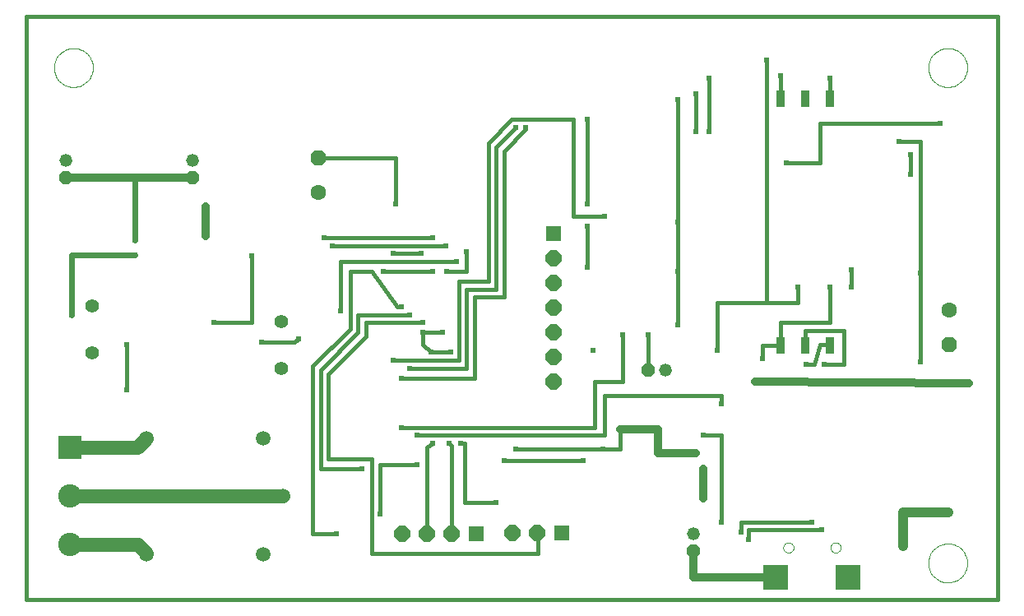
<source format=gbr>
G75*
G70*
%OFA0B0*%
%FSLAX24Y24*%
%IPPOS*%
%LPD*%
%AMOC8*
5,1,8,0,0,1.08239X$1,22.5*
%
%ADD10C,0.0000*%
%ADD11C,0.0160*%
%ADD12R,0.1000X0.1000*%
%ADD13OC8,0.0630*%
%ADD14C,0.0630*%
%ADD15R,0.0640X0.0640*%
%ADD16OC8,0.0640*%
%ADD17OC8,0.0520*%
%ADD18C,0.0520*%
%ADD19C,0.0594*%
%ADD20R,0.0950X0.0950*%
%ADD21C,0.0950*%
%ADD22C,0.0560*%
%ADD23R,0.0360X0.0700*%
%ADD24C,0.0238*%
%ADD25C,0.0240*%
%ADD26C,0.0320*%
%ADD27C,0.0400*%
%ADD28C,0.0560*%
D10*
X000250Y000877D02*
X000250Y024499D01*
X039620Y024499D01*
X039620Y000877D01*
X000250Y000877D01*
X030927Y002971D02*
X030929Y002999D01*
X030935Y003027D01*
X030944Y003053D01*
X030957Y003079D01*
X030973Y003102D01*
X030993Y003122D01*
X031015Y003140D01*
X031039Y003155D01*
X031065Y003166D01*
X031092Y003174D01*
X031120Y003178D01*
X031148Y003178D01*
X031176Y003174D01*
X031203Y003166D01*
X031229Y003155D01*
X031253Y003140D01*
X031275Y003122D01*
X031295Y003102D01*
X031311Y003079D01*
X031324Y003053D01*
X031333Y003027D01*
X031339Y002999D01*
X031341Y002971D01*
X031339Y002943D01*
X031333Y002915D01*
X031324Y002889D01*
X031311Y002863D01*
X031295Y002840D01*
X031275Y002820D01*
X031253Y002802D01*
X031229Y002787D01*
X031203Y002776D01*
X031176Y002768D01*
X031148Y002764D01*
X031120Y002764D01*
X031092Y002768D01*
X031065Y002776D01*
X031039Y002787D01*
X031015Y002802D01*
X030993Y002820D01*
X030973Y002840D01*
X030957Y002863D01*
X030944Y002889D01*
X030935Y002915D01*
X030929Y002943D01*
X030927Y002971D01*
X032837Y002971D02*
X032839Y002999D01*
X032845Y003027D01*
X032854Y003053D01*
X032867Y003079D01*
X032883Y003102D01*
X032903Y003122D01*
X032925Y003140D01*
X032949Y003155D01*
X032975Y003166D01*
X033002Y003174D01*
X033030Y003178D01*
X033058Y003178D01*
X033086Y003174D01*
X033113Y003166D01*
X033139Y003155D01*
X033163Y003140D01*
X033185Y003122D01*
X033205Y003102D01*
X033221Y003079D01*
X033234Y003053D01*
X033243Y003027D01*
X033249Y002999D01*
X033251Y002971D01*
X033249Y002943D01*
X033243Y002915D01*
X033234Y002889D01*
X033221Y002863D01*
X033205Y002840D01*
X033185Y002820D01*
X033163Y002802D01*
X033139Y002787D01*
X033113Y002776D01*
X033086Y002768D01*
X033058Y002764D01*
X033030Y002764D01*
X033002Y002768D01*
X032975Y002776D01*
X032949Y002787D01*
X032925Y002802D01*
X032903Y002820D01*
X032883Y002840D01*
X032867Y002863D01*
X032854Y002889D01*
X032845Y002915D01*
X032839Y002943D01*
X032837Y002971D01*
X036803Y002349D02*
X036805Y002405D01*
X036811Y002460D01*
X036821Y002514D01*
X036834Y002568D01*
X036852Y002621D01*
X036873Y002672D01*
X036897Y002722D01*
X036925Y002770D01*
X036957Y002816D01*
X036991Y002860D01*
X037029Y002901D01*
X037069Y002939D01*
X037112Y002974D01*
X037157Y003006D01*
X037205Y003035D01*
X037254Y003061D01*
X037305Y003083D01*
X037357Y003101D01*
X037411Y003115D01*
X037466Y003126D01*
X037521Y003133D01*
X037576Y003136D01*
X037632Y003135D01*
X037687Y003130D01*
X037742Y003121D01*
X037796Y003109D01*
X037849Y003092D01*
X037901Y003072D01*
X037951Y003048D01*
X037999Y003021D01*
X038046Y002991D01*
X038090Y002957D01*
X038132Y002920D01*
X038170Y002880D01*
X038207Y002838D01*
X038240Y002793D01*
X038269Y002747D01*
X038296Y002698D01*
X038318Y002647D01*
X038338Y002595D01*
X038353Y002541D01*
X038365Y002487D01*
X038373Y002432D01*
X038377Y002377D01*
X038377Y002321D01*
X038373Y002266D01*
X038365Y002211D01*
X038353Y002157D01*
X038338Y002103D01*
X038318Y002051D01*
X038296Y002000D01*
X038269Y001951D01*
X038240Y001905D01*
X038207Y001860D01*
X038170Y001818D01*
X038132Y001778D01*
X038090Y001741D01*
X038046Y001707D01*
X037999Y001677D01*
X037951Y001650D01*
X037901Y001626D01*
X037849Y001606D01*
X037796Y001589D01*
X037742Y001577D01*
X037687Y001568D01*
X037632Y001563D01*
X037576Y001562D01*
X037521Y001565D01*
X037466Y001572D01*
X037411Y001583D01*
X037357Y001597D01*
X037305Y001615D01*
X037254Y001637D01*
X037205Y001663D01*
X037157Y001692D01*
X037112Y001724D01*
X037069Y001759D01*
X037029Y001797D01*
X036991Y001838D01*
X036957Y001882D01*
X036925Y001928D01*
X036897Y001976D01*
X036873Y002026D01*
X036852Y002077D01*
X036834Y002130D01*
X036821Y002184D01*
X036811Y002238D01*
X036805Y002293D01*
X036803Y002349D01*
X036803Y022428D02*
X036805Y022484D01*
X036811Y022539D01*
X036821Y022593D01*
X036834Y022647D01*
X036852Y022700D01*
X036873Y022751D01*
X036897Y022801D01*
X036925Y022849D01*
X036957Y022895D01*
X036991Y022939D01*
X037029Y022980D01*
X037069Y023018D01*
X037112Y023053D01*
X037157Y023085D01*
X037205Y023114D01*
X037254Y023140D01*
X037305Y023162D01*
X037357Y023180D01*
X037411Y023194D01*
X037466Y023205D01*
X037521Y023212D01*
X037576Y023215D01*
X037632Y023214D01*
X037687Y023209D01*
X037742Y023200D01*
X037796Y023188D01*
X037849Y023171D01*
X037901Y023151D01*
X037951Y023127D01*
X037999Y023100D01*
X038046Y023070D01*
X038090Y023036D01*
X038132Y022999D01*
X038170Y022959D01*
X038207Y022917D01*
X038240Y022872D01*
X038269Y022826D01*
X038296Y022777D01*
X038318Y022726D01*
X038338Y022674D01*
X038353Y022620D01*
X038365Y022566D01*
X038373Y022511D01*
X038377Y022456D01*
X038377Y022400D01*
X038373Y022345D01*
X038365Y022290D01*
X038353Y022236D01*
X038338Y022182D01*
X038318Y022130D01*
X038296Y022079D01*
X038269Y022030D01*
X038240Y021984D01*
X038207Y021939D01*
X038170Y021897D01*
X038132Y021857D01*
X038090Y021820D01*
X038046Y021786D01*
X037999Y021756D01*
X037951Y021729D01*
X037901Y021705D01*
X037849Y021685D01*
X037796Y021668D01*
X037742Y021656D01*
X037687Y021647D01*
X037632Y021642D01*
X037576Y021641D01*
X037521Y021644D01*
X037466Y021651D01*
X037411Y021662D01*
X037357Y021676D01*
X037305Y021694D01*
X037254Y021716D01*
X037205Y021742D01*
X037157Y021771D01*
X037112Y021803D01*
X037069Y021838D01*
X037029Y021876D01*
X036991Y021917D01*
X036957Y021961D01*
X036925Y022007D01*
X036897Y022055D01*
X036873Y022105D01*
X036852Y022156D01*
X036834Y022209D01*
X036821Y022263D01*
X036811Y022317D01*
X036805Y022372D01*
X036803Y022428D01*
X001370Y022428D02*
X001372Y022484D01*
X001378Y022539D01*
X001388Y022593D01*
X001401Y022647D01*
X001419Y022700D01*
X001440Y022751D01*
X001464Y022801D01*
X001492Y022849D01*
X001524Y022895D01*
X001558Y022939D01*
X001596Y022980D01*
X001636Y023018D01*
X001679Y023053D01*
X001724Y023085D01*
X001772Y023114D01*
X001821Y023140D01*
X001872Y023162D01*
X001924Y023180D01*
X001978Y023194D01*
X002033Y023205D01*
X002088Y023212D01*
X002143Y023215D01*
X002199Y023214D01*
X002254Y023209D01*
X002309Y023200D01*
X002363Y023188D01*
X002416Y023171D01*
X002468Y023151D01*
X002518Y023127D01*
X002566Y023100D01*
X002613Y023070D01*
X002657Y023036D01*
X002699Y022999D01*
X002737Y022959D01*
X002774Y022917D01*
X002807Y022872D01*
X002836Y022826D01*
X002863Y022777D01*
X002885Y022726D01*
X002905Y022674D01*
X002920Y022620D01*
X002932Y022566D01*
X002940Y022511D01*
X002944Y022456D01*
X002944Y022400D01*
X002940Y022345D01*
X002932Y022290D01*
X002920Y022236D01*
X002905Y022182D01*
X002885Y022130D01*
X002863Y022079D01*
X002836Y022030D01*
X002807Y021984D01*
X002774Y021939D01*
X002737Y021897D01*
X002699Y021857D01*
X002657Y021820D01*
X002613Y021786D01*
X002566Y021756D01*
X002518Y021729D01*
X002468Y021705D01*
X002416Y021685D01*
X002363Y021668D01*
X002309Y021656D01*
X002254Y021647D01*
X002199Y021642D01*
X002143Y021641D01*
X002088Y021644D01*
X002033Y021651D01*
X001978Y021662D01*
X001924Y021676D01*
X001872Y021694D01*
X001821Y021716D01*
X001772Y021742D01*
X001724Y021771D01*
X001679Y021803D01*
X001636Y021838D01*
X001596Y021876D01*
X001558Y021917D01*
X001524Y021961D01*
X001492Y022007D01*
X001464Y022055D01*
X001440Y022105D01*
X001419Y022156D01*
X001401Y022209D01*
X001388Y022263D01*
X001378Y022317D01*
X001372Y022372D01*
X001370Y022428D01*
D11*
X000250Y024499D02*
X000250Y000877D01*
X039620Y000877D01*
X039620Y024499D01*
X000250Y024499D01*
X012070Y018769D02*
X015210Y018769D01*
X015210Y016889D01*
X016730Y015529D02*
X012330Y015529D01*
X012650Y015209D02*
X017250Y015209D01*
X017690Y014569D02*
X012970Y014569D01*
X012970Y012569D01*
X013690Y012409D02*
X013690Y011689D01*
X012170Y010169D01*
X012170Y006169D01*
X013850Y006169D01*
X014250Y006569D02*
X014250Y002729D01*
X020970Y002729D01*
X020970Y003609D01*
X019290Y004809D02*
X018010Y004809D01*
X018010Y007209D01*
X017850Y007209D01*
X017490Y007089D02*
X017490Y003529D01*
X016490Y003529D02*
X016490Y007049D01*
X016730Y007209D01*
X017370Y007209D02*
X017490Y007089D01*
X016090Y007529D02*
X023690Y007529D01*
X023690Y009129D01*
X028410Y009129D01*
X028410Y008809D01*
X028410Y007529D02*
X027690Y007529D01*
X028410Y007529D02*
X028410Y004009D01*
X029210Y004009D02*
X029210Y003609D01*
X029530Y003689D02*
X029530Y003289D01*
X029530Y003689D02*
X030010Y003689D01*
X032490Y003689D01*
X032090Y004009D02*
X029210Y004009D01*
X024330Y006969D02*
X023610Y006969D01*
X020090Y006969D01*
X019610Y006489D02*
X022810Y006489D01*
X024330Y006969D02*
X024330Y007769D01*
X023290Y007849D02*
X023290Y009689D01*
X024410Y009689D01*
X024410Y011609D01*
X025450Y011609D02*
X025450Y010169D01*
X025440Y010169D01*
X023210Y010969D02*
X023210Y010974D01*
X026650Y012009D02*
X026650Y014169D01*
X026650Y016169D01*
X026650Y018169D01*
X026650Y021129D01*
X027370Y021369D02*
X027370Y019849D01*
X027930Y019849D02*
X027930Y022009D01*
X030250Y022729D02*
X030250Y012889D01*
X031530Y012889D01*
X031530Y013529D01*
X032810Y013529D02*
X032810Y012089D01*
X030816Y012089D01*
X030816Y011165D01*
X030090Y011165D01*
X030090Y010649D01*
X031816Y011165D02*
X031816Y011769D01*
X033370Y011769D01*
X033370Y010409D01*
X032570Y010409D01*
X032170Y010409D02*
X032410Y011209D01*
X032816Y011209D01*
X032816Y011165D01*
X032170Y010409D02*
X031850Y010409D01*
X030250Y012889D02*
X028250Y012889D01*
X028250Y010969D01*
X023290Y007849D02*
X015450Y007849D01*
X014250Y006569D02*
X012490Y006569D01*
X012490Y010009D01*
X014010Y011529D01*
X014010Y012089D01*
X016330Y012089D01*
X016330Y011689D02*
X016330Y011209D01*
X016650Y010889D01*
X017450Y010889D01*
X017770Y010569D02*
X017770Y012729D01*
X017770Y013769D01*
X018970Y013769D01*
X018970Y019369D01*
X019930Y020329D01*
X022410Y020329D01*
X022410Y020249D01*
X022410Y016409D01*
X023690Y016409D01*
X022970Y016009D02*
X022970Y014329D01*
X019610Y014969D02*
X019610Y013129D01*
X018410Y013129D01*
X018410Y011689D01*
X018410Y009849D01*
X015450Y009849D01*
X015770Y010249D02*
X018090Y010249D01*
X018090Y012729D01*
X018090Y013449D01*
X019290Y013449D01*
X019290Y014329D01*
X019290Y019209D01*
X020090Y020009D01*
X020490Y020009D02*
X020490Y019929D01*
X019610Y019049D01*
X019610Y014969D01*
X018090Y014969D02*
X018090Y014169D01*
X018010Y014169D01*
X017290Y014169D01*
X016730Y014169D02*
X014730Y014169D01*
X014250Y014169D02*
X013370Y014169D01*
X013370Y011849D01*
X011850Y010329D01*
X011850Y003529D01*
X012730Y003529D01*
X012810Y003529D01*
X012730Y003529D01*
X014570Y004329D02*
X014570Y006329D01*
X016090Y006329D01*
X015130Y010569D02*
X017770Y010569D01*
X017130Y011689D02*
X016330Y011689D01*
X015770Y012409D02*
X015690Y012409D01*
X013690Y012409D01*
X015290Y012729D02*
X014250Y014169D01*
X015130Y014889D02*
X016250Y014889D01*
X015450Y012729D02*
X015290Y012729D01*
X011290Y011449D02*
X011130Y011289D01*
X009770Y011289D01*
X009370Y012089D02*
X007850Y012089D01*
X007850Y012139D01*
X009370Y012089D02*
X009370Y014809D01*
X004330Y011209D02*
X004330Y009369D01*
X022970Y016889D02*
X022970Y020329D01*
X026650Y018249D02*
X026650Y018169D01*
X031050Y018569D02*
X032410Y018569D01*
X032410Y020169D01*
X037290Y020169D01*
X036490Y019449D02*
X036490Y014169D01*
X036490Y014089D01*
X036490Y010489D01*
X033690Y013529D02*
X033690Y014249D01*
X036490Y014169D02*
X036490Y014089D01*
X036090Y018089D02*
X036090Y018889D01*
X036490Y019449D02*
X035610Y019449D01*
X032824Y021163D02*
X032810Y021163D01*
X032810Y022009D01*
X030824Y022089D02*
X030824Y021163D01*
X030810Y022089D02*
X030824Y022089D01*
D12*
X030623Y001778D03*
X033556Y001778D03*
D13*
X037650Y011189D03*
X012070Y018769D03*
D14*
X012070Y017369D03*
X037650Y012589D03*
D15*
X021950Y003569D03*
X018490Y003529D03*
X021630Y015689D03*
D16*
X021630Y014689D03*
X021630Y013689D03*
X021630Y012689D03*
X021630Y011689D03*
X021630Y010689D03*
X021630Y009689D03*
X020950Y003569D03*
X019950Y003569D03*
X017490Y003529D03*
X016490Y003529D03*
X015490Y003529D03*
D17*
X025440Y010169D03*
X027290Y002819D03*
X006990Y017959D03*
X001850Y017959D03*
D18*
X001850Y018659D03*
X006990Y018659D03*
X026140Y010169D03*
X027290Y003519D03*
D19*
X010639Y005056D03*
X009852Y002694D03*
X005128Y002694D03*
X005128Y007418D03*
X009852Y007418D03*
D20*
X002030Y007029D03*
D21*
X002030Y005060D03*
X002030Y003092D03*
D22*
X010570Y010219D03*
X010570Y012119D03*
X002930Y012779D03*
X002930Y010879D03*
D23*
X030816Y011165D03*
X031816Y011165D03*
X032816Y011165D03*
X032824Y021163D03*
X031824Y021163D03*
X030824Y021163D03*
D24*
X030810Y022089D03*
X030250Y022729D03*
X027930Y022009D03*
X027370Y021369D03*
X026650Y021129D03*
X027370Y019849D03*
X027930Y019849D03*
X031050Y018569D03*
X035610Y019449D03*
X036090Y018889D03*
X036090Y018089D03*
X037290Y020169D03*
X032810Y022009D03*
X023690Y016409D03*
X022970Y016009D03*
X022970Y016889D03*
X026650Y016169D03*
X026650Y014169D03*
X026650Y012009D03*
X025450Y011609D03*
X024410Y011609D03*
X023210Y010969D03*
X028250Y010969D03*
X030090Y010649D03*
X029770Y009689D03*
X028410Y008809D03*
X027690Y007529D03*
X027370Y006809D03*
X027690Y006169D03*
X027690Y004969D03*
X028410Y004009D03*
X029210Y003609D03*
X029530Y003289D03*
X032090Y004009D03*
X032490Y003689D03*
X035770Y003049D03*
X037610Y004409D03*
X038450Y009649D03*
X036490Y010489D03*
X032570Y010409D03*
X031850Y010409D03*
X031530Y013529D03*
X032810Y013529D03*
X033690Y013529D03*
X033690Y014249D03*
X036490Y014089D03*
X024330Y007769D03*
X023610Y006969D03*
X022810Y006489D03*
X020090Y006969D03*
X019610Y006489D03*
X017850Y007209D03*
X017370Y007209D03*
X016730Y007209D03*
X016090Y007529D03*
X015450Y007849D03*
X016090Y006329D03*
X013850Y006169D03*
X014570Y004329D03*
X012810Y003529D03*
X019290Y004809D03*
X015450Y009849D03*
X015770Y010249D03*
X015130Y010569D03*
X016650Y010889D03*
X017450Y010889D03*
X017130Y011689D03*
X016330Y011689D03*
X016330Y012089D03*
X015770Y012409D03*
X015450Y012729D03*
X014730Y014169D03*
X015130Y014889D03*
X016250Y014889D03*
X016730Y015529D03*
X017250Y015209D03*
X017690Y014569D03*
X018090Y014969D03*
X017290Y014169D03*
X016730Y014169D03*
X012970Y012569D03*
X011290Y011449D03*
X009770Y011289D03*
X007850Y012089D03*
X004330Y011209D03*
X002090Y012409D03*
X004650Y014849D03*
X004650Y015449D03*
X007530Y015609D03*
X007530Y016809D03*
X009370Y014809D03*
X012330Y015529D03*
X012650Y015209D03*
X015210Y016889D03*
X020090Y020009D03*
X020490Y020009D03*
X022970Y020329D03*
X022970Y014329D03*
X004330Y009369D03*
D25*
X002090Y012409D02*
X002090Y014849D01*
X004650Y014849D01*
X004650Y015449D02*
X004650Y017959D01*
D26*
X006990Y017959D01*
X007530Y016809D02*
X007530Y015609D01*
X004650Y017959D02*
X001850Y017959D01*
X024330Y007769D02*
X025850Y007769D01*
X025850Y006809D01*
X027370Y006809D01*
X027690Y006169D02*
X027690Y005289D01*
X027690Y004969D01*
X027690Y005289D01*
X027290Y002819D02*
X027290Y001769D01*
X030650Y001769D01*
X029770Y009689D02*
X038450Y009649D01*
D27*
X037610Y004409D02*
X035770Y004409D01*
X035770Y003049D01*
D28*
X010639Y005056D02*
X010635Y005060D01*
X002030Y005060D01*
X002030Y003092D02*
X004767Y003092D01*
X005130Y002729D01*
X004738Y007029D02*
X002030Y007029D01*
X004738Y007029D02*
X005128Y007418D01*
M02*

</source>
